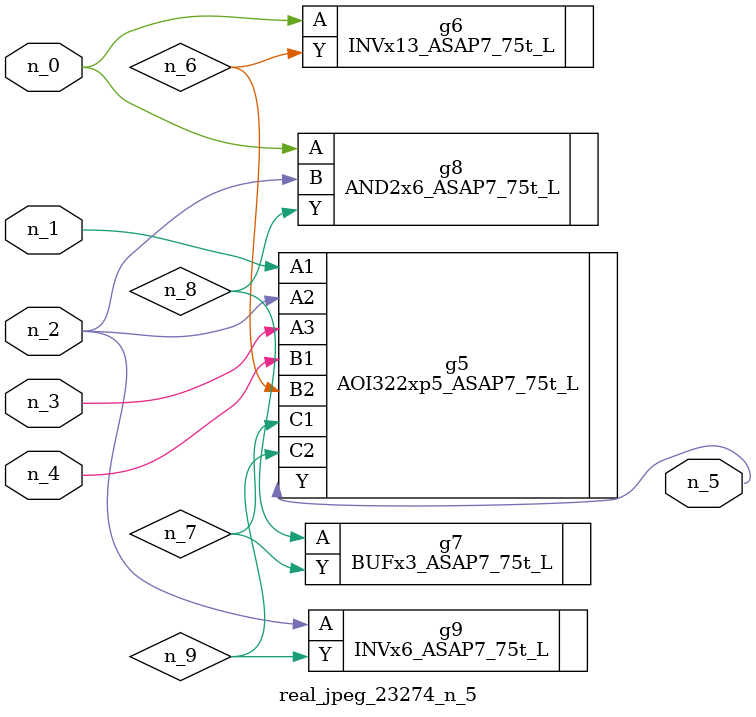
<source format=v>
module real_jpeg_23274_n_5 (n_4, n_0, n_1, n_2, n_3, n_5);

input n_4;
input n_0;
input n_1;
input n_2;
input n_3;

output n_5;

wire n_8;
wire n_6;
wire n_7;
wire n_9;

INVx13_ASAP7_75t_L g6 ( 
.A(n_0),
.Y(n_6)
);

AND2x6_ASAP7_75t_L g8 ( 
.A(n_0),
.B(n_2),
.Y(n_8)
);

AOI322xp5_ASAP7_75t_L g5 ( 
.A1(n_1),
.A2(n_2),
.A3(n_3),
.B1(n_4),
.B2(n_6),
.C1(n_7),
.C2(n_9),
.Y(n_5)
);

INVx6_ASAP7_75t_L g9 ( 
.A(n_2),
.Y(n_9)
);

BUFx3_ASAP7_75t_L g7 ( 
.A(n_8),
.Y(n_7)
);


endmodule
</source>
